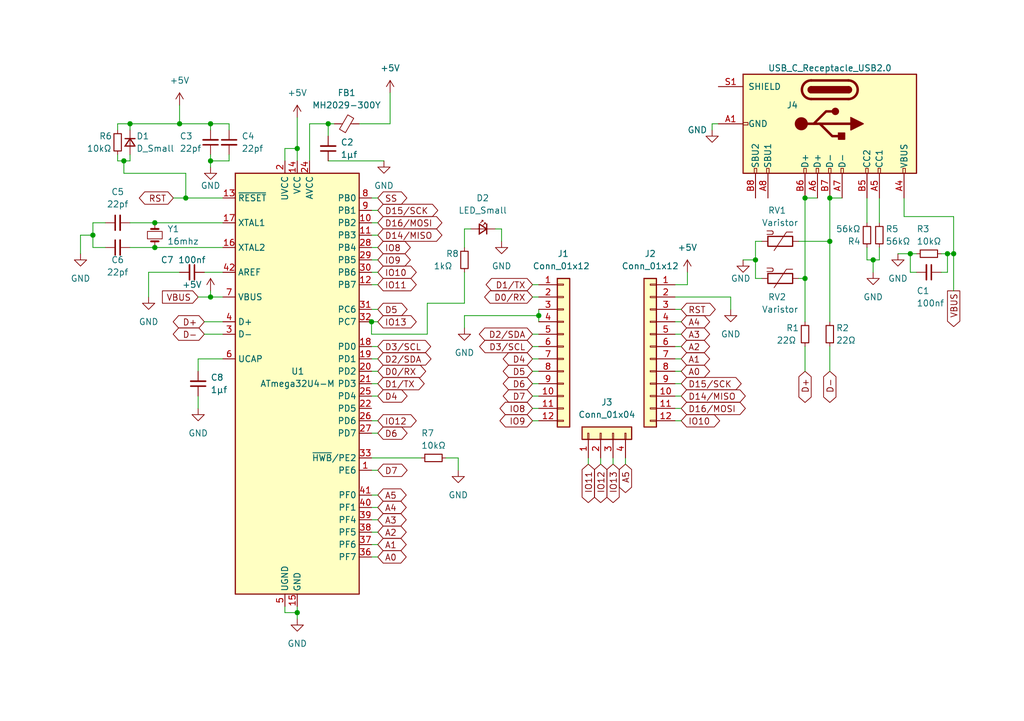
<source format=kicad_sch>
(kicad_sch (version 20211123) (generator eeschema)
  (paper "A5")
  (title_block (title "\"Epi\"") (date "2022-10-26"))
  (lib_symbols
    (symbol "Connector:USB_C_Receptacle_USB2.0" (pin_names (offset 1.016))
      (property "Reference" "J" (at -10.16 19.05 0))
      (property "Value" "USB_C_Receptacle_USB2.0" (at 19.05 19.05 0))
      (symbol "USB_C_Receptacle_USB2.0_0_0"
        (rectangle (start -0.254 -17.78) (end 0.254 -16.764))
        (rectangle (start 10.16 -14.986) (end 9.144 -15.494))
        (rectangle (start 10.16 -12.446) (end 9.144 -12.954))
        (rectangle (start 10.16 -4.826) (end 9.144 -5.334))
        (rectangle (start 10.16 -2.286) (end 9.144 -2.794))
        (rectangle (start 10.16 0.254) (end 9.144 -0.254))
        (rectangle (start 10.16 2.794) (end 9.144 2.286))
        (rectangle (start 10.16 7.874) (end 9.144 7.366))
        (rectangle (start 10.16 10.414) (end 9.144 9.906))
        (rectangle (start 10.16 15.494) (end 9.144 14.986))
      )
      (symbol "USB_C_Receptacle_USB2.0_0_1"
        (rectangle (start -10.16 17.78) (end 10.16 -17.78) (stroke (width 0.254)) (fill (type background)))
        (arc (start -8.89 -3.81) (mid -6.985 -5.715) (end -5.08 -3.81) (stroke (width 0.508)))
        (arc (start -7.62 -3.81) (mid -6.985 -4.445) (end -6.35 -3.81) (stroke (width 0.254)))
        (arc (start -7.62 -3.81) (mid -6.985 -4.445) (end -6.35 -3.81) (stroke (width 0.254)) (fill (type outline)))
        (rectangle (start -7.62 -3.81) (end -6.35 3.81) (stroke (width 0.254)) (fill (type outline)))
        (arc (start -6.35 3.81) (mid -6.985 4.445) (end -7.62 3.81) (stroke (width 0.254)))
        (arc (start -6.35 3.81) (mid -6.985 4.445) (end -7.62 3.81) (stroke (width 0.254)) (fill (type outline)))
        (arc (start -5.08 3.81) (mid -6.985 5.715) (end -8.89 3.81) (stroke (width 0.508)))
        (circle (center -2.54 1.143) (radius 0.635) (stroke (width 0.254)) (fill (type outline)))
        (circle (center 0 -5.842) (radius 1.27) (fill (type outline)))
        (polyline (pts (xy -8.89 -3.81) (xy -8.89 3.81)) (stroke (width 0.508)))
        (polyline (pts (xy -5.08 3.81) (xy -5.08 -3.81)) (stroke (width 0.508)))
        (polyline (pts (xy 0 -5.842) (xy 0 4.318)) (stroke (width 0.508)))
        (polyline (pts (xy 0 -3.302) (xy -2.54 -0.762) (xy -2.54 0.508)) (stroke (width 0.508)))
        (polyline (pts (xy 0 -2.032) (xy 2.54 0.508) (xy 2.54 1.778)) (stroke (width 0.508)))
        (polyline (pts (xy -1.27 4.318) (xy 0 6.858) (xy 1.27 4.318) (xy -1.27 4.318)) (stroke (width 0.254)) (fill (type outline)))
        (rectangle (start 1.905 1.778) (end 3.175 3.048) (stroke (width 0.254)) (fill (type outline)))
      )
      (symbol "USB_C_Receptacle_USB2.0_1_1"
        (pin passive line (at 0 -22.86 90) (length 5.08) (name "GND") (number "A1"))
        (pin passive line (at 0 -22.86 90) (length 5.08) hide (name "GND") (number "A12"))
        (pin passive line (at 15.24 15.24 180) (length 5.08) (name "VBUS") (number "A4"))
        (pin bidirectional line (at 15.24 10.16 180) (length 5.08) (name "CC1") (number "A5"))
        (pin bidirectional line (at 15.24 -2.54 180) (length 5.08) (name "D+") (number "A6"))
        (pin bidirectional line (at 15.24 2.54 180) (length 5.08) (name "D-") (number "A7"))
        (pin bidirectional line (at 15.24 -12.7 180) (length 5.08) (name "SBU1") (number "A8"))
        (pin passive line (at 15.24 15.24 180) (length 5.08) hide (name "VBUS") (number "A9"))
        (pin passive line (at 0 -22.86 90) (length 5.08) hide (name "GND") (number "B1"))
        (pin passive line (at 0 -22.86 90) (length 5.08) hide (name "GND") (number "B12"))
        (pin passive line (at 15.24 15.24 180) (length 5.08) hide (name "VBUS") (number "B4"))
        (pin bidirectional line (at 15.24 7.62 180) (length 5.08) (name "CC2") (number "B5"))
        (pin bidirectional line (at 15.24 -5.08 180) (length 5.08) (name "D+") (number "B6"))
        (pin bidirectional line (at 15.24 0 180) (length 5.08) (name "D-") (number "B7"))
        (pin bidirectional line (at 15.24 -15.24 180) (length 5.08) (name "SBU2") (number "B8"))
        (pin passive line (at 15.24 15.24 180) (length 5.08) hide (name "VBUS") (number "B9"))
        (pin passive line (at -7.62 -22.86 90) (length 5.08) (name "SHIELD") (number "S1"))
      )
    )
    (symbol "Connector_Generic:Conn_01x04" (pin_names (offset 1.016) hide)
      (property "Reference" "J" (at 0 5.08 0))
      (property "Value" "Conn_01x04" (at 0 -7.62 0))
      (symbol "Conn_01x04_1_1"
        (rectangle (start -1.27 -4.953) (end 0 -5.207) (stroke (width 0.1524)))
        (rectangle (start -1.27 -2.413) (end 0 -2.667) (stroke (width 0.1524)))
        (rectangle (start -1.27 0.127) (end 0 -0.127) (stroke (width 0.1524)))
        (rectangle (start -1.27 2.667) (end 0 2.413) (stroke (width 0.1524)))
        (rectangle (start -1.27 3.81) (end 1.27 -6.35) (stroke (width 0.254)) (fill (type background)))
        (pin passive line (at -5.08 2.54 0) (length 3.81) (name "Pin_1") (number "1"))
        (pin passive line (at -5.08 0 0) (length 3.81) (name "Pin_2") (number "2"))
        (pin passive line (at -5.08 -2.54 0) (length 3.81) (name "Pin_3") (number "3"))
        (pin passive line (at -5.08 -5.08 0) (length 3.81) (name "Pin_4") (number "4"))
      )
    )
    (symbol "Connector_Generic:Conn_01x12" (pin_names (offset 1.016) hide)
      (property "Reference" "J" (at 0 15.24 0))
      (property "Value" "Conn_01x12" (at 0 -17.78 0))
      (symbol "Conn_01x12_1_1"
        (rectangle (start -1.27 -15.113) (end 0 -15.367) (stroke (width 0.1524)))
        (rectangle (start -1.27 -12.573) (end 0 -12.827) (stroke (width 0.1524)))
        (rectangle (start -1.27 -10.033) (end 0 -10.287) (stroke (width 0.1524)))
        (rectangle (start -1.27 -7.493) (end 0 -7.747) (stroke (width 0.1524)))
        (rectangle (start -1.27 -4.953) (end 0 -5.207) (stroke (width 0.1524)))
        (rectangle (start -1.27 -2.413) (end 0 -2.667) (stroke (width 0.1524)))
        (rectangle (start -1.27 0.127) (end 0 -0.127) (stroke (width 0.1524)))
        (rectangle (start -1.27 2.667) (end 0 2.413) (stroke (width 0.1524)))
        (rectangle (start -1.27 5.207) (end 0 4.953) (stroke (width 0.1524)))
        (rectangle (start -1.27 7.747) (end 0 7.493) (stroke (width 0.1524)))
        (rectangle (start -1.27 10.287) (end 0 10.033) (stroke (width 0.1524)))
        (rectangle (start -1.27 12.827) (end 0 12.573) (stroke (width 0.1524)))
        (rectangle (start -1.27 13.97) (end 1.27 -16.51) (stroke (width 0.254)) (fill (type background)))
        (pin passive line (at -5.08 12.7 0) (length 3.81) (name "Pin_1") (number "1"))
        (pin passive line (at -5.08 -10.16 0) (length 3.81) (name "Pin_10") (number "10"))
        (pin passive line (at -5.08 -12.7 0) (length 3.81) (name "Pin_11") (number "11"))
        (pin passive line (at -5.08 -15.24 0) (length 3.81) (name "Pin_12") (number "12"))
        (pin passive line (at -5.08 10.16 0) (length 3.81) (name "Pin_2") (number "2"))
        (pin passive line (at -5.08 7.62 0) (length 3.81) (name "Pin_3") (number "3"))
        (pin passive line (at -5.08 5.08 0) (length 3.81) (name "Pin_4") (number "4"))
        (pin passive line (at -5.08 2.54 0) (length 3.81) (name "Pin_5") (number "5"))
        (pin passive line (at -5.08 0 0) (length 3.81) (name "Pin_6") (number "6"))
        (pin passive line (at -5.08 -2.54 0) (length 3.81) (name "Pin_7") (number "7"))
        (pin passive line (at -5.08 -5.08 0) (length 3.81) (name "Pin_8") (number "8"))
        (pin passive line (at -5.08 -7.62 0) (length 3.81) (name "Pin_9") (number "9"))
      )
    )
    (symbol "Device:C_Small" (pin_numbers hide) (pin_names (offset 0.254) hide)
      (property "Reference" "C" (at 0.254 1.778 0))
      (property "Value" "C_Small" (at 0.254 -2.032 0))
      (symbol "C_Small_0_1"
        (polyline (pts (xy -1.524 -0.508) (xy 1.524 -0.508)) (stroke (width 0.3302)))
        (polyline (pts (xy -1.524 0.508) (xy 1.524 0.508)) (stroke (width 0.3048)))
      )
      (symbol "C_Small_1_1"
        (pin passive line (at 0 2.54 270) (length 2.032) (name "~") (number "1"))
        (pin passive line (at 0 -2.54 90) (length 2.032) (name "~") (number "2"))
      )
    )
    (symbol "Device:Crystal_Small" (pin_numbers hide) (pin_names (offset 1.016) hide)
      (property "Reference" "Y" (at 0 2.54 0))
      (property "Value" "Crystal_Small" (at 0 -2.54 0))
      (symbol "Crystal_Small_0_1"
        (rectangle (start -0.762 -1.524) (end 0.762 1.524))
        (polyline (pts (xy -1.27 -0.762) (xy -1.27 0.762)) (stroke (width 0.381)))
        (polyline (pts (xy 1.27 -0.762) (xy 1.27 0.762)) (stroke (width 0.381)))
      )
      (symbol "Crystal_Small_1_1"
        (pin passive line (at -2.54 0 0) (length 1.27) (name "1") (number "1"))
        (pin passive line (at 2.54 0 180) (length 1.27) (name "2") (number "2"))
      )
    )
    (symbol "Device:D_Small" (pin_numbers hide) (pin_names (offset 0.254) hide)
      (property "Reference" "D" (at -1.27 2.032 0))
      (property "Value" "D_Small" (at -3.81 -2.032 0))
      (symbol "D_Small_0_1"
        (polyline (pts (xy -0.762 -1.016) (xy -0.762 1.016)) (stroke (width 0.254)))
        (polyline (pts (xy -0.762 0) (xy 0.762 0)))
        (polyline (pts (xy 0.762 -1.016) (xy -0.762 0) (xy 0.762 1.016) (xy 0.762 -1.016)) (stroke (width 0.254)))
      )
      (symbol "D_Small_1_1"
        (pin passive line (at -2.54 0 0) (length 1.778) (name "K") (number "1"))
        (pin passive line (at 2.54 0 180) (length 1.778) (name "A") (number "2"))
      )
    )
    (symbol "Device:FerriteBead_Small" (pin_numbers hide) (pin_names (offset 0))
      (property "Reference" "FB" (at 1.905 1.27 0))
      (property "Value" "FerriteBead_Small" (at 1.905 -1.27 0))
      (symbol "FerriteBead_Small_0_1"
        (polyline (pts (xy 0 -1.27) (xy 0 -0.7874)))
        (polyline (pts (xy 0 0.889) (xy 0 1.2954)))
        (polyline (pts (xy -1.8288 0.2794) (xy -1.1176 1.4986) (xy 1.8288 -0.2032) (xy 1.1176 -1.4224) (xy -1.8288 0.2794)))
      )
      (symbol "FerriteBead_Small_1_1"
        (pin passive line (at 0 2.54 270) (length 1.27) (name "~") (number "1"))
        (pin passive line (at 0 -2.54 90) (length 1.27) (name "~") (number "2"))
      )
    )
    (symbol "Device:LED_Small" (pin_numbers hide) (pin_names (offset 0.254) hide)
      (property "Reference" "D" (at -1.27 3.175 0))
      (property "Value" "LED_Small" (at -4.445 -2.54 0))
      (symbol "LED_Small_0_1"
        (polyline (pts (xy -0.762 -1.016) (xy -0.762 1.016)) (stroke (width 0.254)))
        (polyline (pts (xy 1.016 0) (xy -0.762 0)))
        (polyline (pts (xy 0.762 -1.016) (xy -0.762 0) (xy 0.762 1.016) (xy 0.762 -1.016)) (stroke (width 0.254)))
        (polyline (pts (xy 0 0.762) (xy -0.508 1.27) (xy -0.254 1.27) (xy -0.508 1.27) (xy -0.508 1.016)))
        (polyline (pts (xy 0.508 1.27) (xy 0 1.778) (xy 0.254 1.778) (xy 0 1.778) (xy 0 1.524)))
      )
      (symbol "LED_Small_1_1"
        (pin passive line (at -2.54 0 0) (length 1.778) (name "K") (number "1"))
        (pin passive line (at 2.54 0 180) (length 1.778) (name "A") (number "2"))
      )
    )
    (symbol "Device:R_Small" (pin_numbers hide) (pin_names (offset 0.254) hide)
      (property "Reference" "R" (at 0.762 0.508 0))
      (property "Value" "R_Small" (at 0.762 -1.016 0))
      (symbol "R_Small_0_1"
        (rectangle (start -0.762 1.778) (end 0.762 -1.778) (stroke (width 0.2032)))
      )
      (symbol "R_Small_1_1"
        (pin passive line (at 0 2.54 270) (length 0.762) (name "~") (number "1"))
        (pin passive line (at 0 -2.54 90) (length 0.762) (name "~") (number "2"))
      )
    )
    (symbol "Device:Varistor" (pin_numbers hide) (pin_names (offset 0))
      (property "Reference" "RV" (at 3.175 0 90))
      (property "Value" "Varistor" (at -3.175 0 90))
      (symbol "Varistor_0_0"
        (text "U" (at -1.778 -2.032 0) (effects (font (size 1.27 1.27))))
      )
      (symbol "Varistor_0_1"
        (rectangle (start -1.016 -2.54) (end 1.016 2.54) (stroke (width 0.254)))
        (polyline (pts (xy -1.905 2.54) (xy -1.905 1.27) (xy 1.905 -1.27)))
      )
      (symbol "Varistor_1_1"
        (pin passive line (at 0 3.81 270) (length 1.27) (name "~") (number "1"))
        (pin passive line (at 0 -3.81 90) (length 1.27) (name "~") (number "2"))
      )
    )
    (symbol "MCU_Microchip_ATmega:ATmega32U4-M"
      (property "Reference" "U" (at -12.7 44.45 0))
      (property "Value" "ATmega32U4-M" (at 2.54 -44.45 0))
      (symbol "ATmega32U4-M_0_1"
        (rectangle (start -12.7 -43.18) (end 12.7 43.18) (stroke (width 0.254)) (fill (type background)))
      )
      (symbol "ATmega32U4-M_1_1"
        (pin bidirectional line (at 15.24 -17.78 180) (length 2.54) (name "PE6") (number "1"))
        (pin bidirectional line (at 15.24 33.02 180) (length 2.54) (name "PB2") (number "10"))
        (pin bidirectional line (at 15.24 30.48 180) (length 2.54) (name "PB3") (number "11"))
        (pin bidirectional line (at 15.24 20.32 180) (length 2.54) (name "PB7") (number "12"))
        (pin input line (at -15.24 38.1 0) (length 2.54) (name "~{RESET}") (number "13"))
        (pin power_in line (at 0 45.72 270) (length 2.54) (name "VCC") (number "14"))
        (pin power_in line (at 0 -45.72 90) (length 2.54) (name "GND") (number "15"))
        (pin output line (at -15.24 27.94 0) (length 2.54) (name "XTAL2") (number "16"))
        (pin input line (at -15.24 33.02 0) (length 2.54) (name "XTAL1") (number "17"))
        (pin bidirectional line (at 15.24 7.62 180) (length 2.54) (name "PD0") (number "18"))
        (pin bidirectional line (at 15.24 5.08 180) (length 2.54) (name "PD1") (number "19"))
        (pin power_in line (at -2.54 45.72 270) (length 2.54) (name "UVCC") (number "2"))
        (pin bidirectional line (at 15.24 2.54 180) (length 2.54) (name "PD2") (number "20"))
        (pin bidirectional line (at 15.24 0 180) (length 2.54) (name "PD3") (number "21"))
        (pin bidirectional line (at 15.24 -5.08 180) (length 2.54) (name "PD5") (number "22"))
        (pin passive line (at 0 -45.72 90) (length 2.54) hide (name "GND") (number "23"))
        (pin power_in line (at 2.54 45.72 270) (length 2.54) (name "AVCC") (number "24"))
        (pin bidirectional line (at 15.24 -2.54 180) (length 2.54) (name "PD4") (number "25"))
        (pin bidirectional line (at 15.24 -7.62 180) (length 2.54) (name "PD6") (number "26"))
        (pin bidirectional line (at 15.24 -10.16 180) (length 2.54) (name "PD7") (number "27"))
        (pin bidirectional line (at 15.24 27.94 180) (length 2.54) (name "PB4") (number "28"))
        (pin bidirectional line (at 15.24 25.4 180) (length 2.54) (name "PB5") (number "29"))
        (pin bidirectional line (at -15.24 10.16 0) (length 2.54) (name "D-") (number "3"))
        (pin bidirectional line (at 15.24 22.86 180) (length 2.54) (name "PB6") (number "30"))
        (pin bidirectional line (at 15.24 15.24 180) (length 2.54) (name "PC6") (number "31"))
        (pin bidirectional line (at 15.24 12.7 180) (length 2.54) (name "PC7") (number "32"))
        (pin bidirectional line (at 15.24 -15.24 180) (length 2.54) (name "~{HWB}/PE2") (number "33"))
        (pin passive line (at 0 45.72 270) (length 2.54) hide (name "VCC") (number "34"))
        (pin passive line (at 0 -45.72 90) (length 2.54) hide (name "GND") (number "35"))
        (pin bidirectional line (at 15.24 -35.56 180) (length 2.54) (name "PF7") (number "36"))
        (pin bidirectional line (at 15.24 -33.02 180) (length 2.54) (name "PF6") (number "37"))
        (pin bidirectional line (at 15.24 -30.48 180) (length 2.54) (name "PF5") (number "38"))
        (pin bidirectional line (at 15.24 -27.94 180) (length 2.54) (name "PF4") (number "39"))
        (pin bidirectional line (at -15.24 12.7 0) (length 2.54) (name "D+") (number "4"))
        (pin bidirectional line (at 15.24 -25.4 180) (length 2.54) (name "PF1") (number "40"))
        (pin bidirectional line (at 15.24 -22.86 180) (length 2.54) (name "PF0") (number "41"))
        (pin passive line (at -15.24 22.86 0) (length 2.54) (name "AREF") (number "42"))
        (pin passive line (at 0 -45.72 90) (length 2.54) hide (name "GND") (number "43"))
        (pin passive line (at 2.54 45.72 270) (length 2.54) hide (name "AVCC") (number "44"))
        (pin passive line (at 0 -45.72 90) (length 2.54) hide (name "GND") (number "45"))
        (pin passive line (at -2.54 -45.72 90) (length 2.54) (name "UGND") (number "5"))
        (pin passive line (at -15.24 5.08 0) (length 2.54) (name "UCAP") (number "6"))
        (pin input line (at -15.24 17.78 0) (length 2.54) (name "VBUS") (number "7"))
        (pin bidirectional line (at 15.24 38.1 180) (length 2.54) (name "PB0") (number "8"))
        (pin bidirectional line (at 15.24 35.56 180) (length 2.54) (name "PB1") (number "9"))
      )
    )
    (symbol "power:+5V" (power) (pin_names (offset 0))
      (property "Value" "+5V" (at 0 3.556 0))
      (symbol "+5V_0_1"
        (polyline (pts (xy -0.762 1.27) (xy 0 2.54)))
        (polyline (pts (xy 0 0) (xy 0 2.54)))
        (polyline (pts (xy 0 2.54) (xy 0.762 1.27)))
      )
      (symbol "+5V_1_1"
        (pin power_in line (at 0 0 90) (length 0) hide (name "+5V") (number "1"))
      )
    )
    (symbol "power:GND" (power) (pin_names (offset 0))
      (property "Value" "GND" (at 0 -3.81 0))
      (symbol "GND_0_1"
        (polyline (pts (xy 0 0) (xy 0 -1.27) (xy 1.27 -1.27) (xy 0 -2.54) (xy -1.27 -1.27) (xy 0 -1.27)))
      )
      (symbol "GND_1_1"
        (pin power_in line (at 0 0 270) (length 0) hide (name "GND") (number "1"))
      )
    )
  )
  (junction (at 31.75 45.72))
  (junction (at 170.18 49.53))
  (junction (at 25.4 33.02))
  (junction (at 26.67 25.4))
  (junction (at 165.1 40.64))
  (junction (at 43.18 60.96))
  (junction (at 170.18 40.64))
  (junction (at 60.96 30.48))
  (junction (at 110.49 64.77))
  (junction (at 43.18 25.4))
  (junction (at 165.1 57.15))
  (junction (at 76.2 66.04))
  (junction (at 195.58 52.07))
  (junction (at 194.31 52.07))
  (junction (at 154.94 53.34))
  (junction (at 36.83 25.4))
  (junction (at 179.07 53.34))
  (junction (at 38.1 40.64))
  (junction (at 31.75 50.8))
  (junction (at 186.69 52.07))
  (junction (at 60.96 125.73))
  (junction (at 43.18 33.02))
  (junction (at 67.31 25.4))
  (junction (at 19.05 48.26))
  (wire (pts (xy 177.8 50.8) (xy 177.8 53.34)))
  (wire (pts (xy 41.91 66.04) (xy 45.72 66.04)))
  (wire (pts (xy 46.99 26.67) (xy 46.99 25.4)))
  (wire (pts (xy 30.48 55.88) (xy 36.83 55.88)))
  (wire (pts (xy 93.98 93.98) (xy 91.44 93.98)))
  (wire (pts (xy 154.94 53.34) (xy 154.94 49.53)))
  (wire (pts (xy 19.05 48.26) (xy 19.05 50.8)))
  (wire (pts (xy 109.22 60.96) (xy 110.49 60.96)))
  (wire (pts (xy 67.31 33.02) (xy 78.74 33.02)))
  (wire (pts (xy 128.27 93.98) (xy 128.27 95.25)))
  (wire (pts (xy 76.2 53.34) (xy 77.47 53.34)))
  (wire (pts (xy 76.2 43.18) (xy 77.47 43.18)))
  (wire (pts (xy 76.2 73.66) (xy 77.47 73.66)))
  (wire (pts (xy 87.63 68.58) (xy 76.2 68.58)))
  (wire (pts (xy 195.58 59.69) (xy 195.58 52.07)))
  (wire (pts (xy 140.97 58.42) (xy 140.97 55.88)))
  (wire (pts (xy 194.31 55.88) (xy 194.31 52.07)))
  (wire (pts (xy 93.98 96.52) (xy 93.98 93.98)))
  (wire (pts (xy 63.5 25.4) (xy 63.5 33.02)))
  (wire (pts (xy 40.64 81.28) (xy 40.64 83.82)))
  (wire (pts (xy 109.22 86.36) (xy 110.49 86.36)))
  (wire (pts (xy 76.2 78.74) (xy 77.47 78.74)))
  (wire (pts (xy 31.75 50.8) (xy 45.72 50.8)))
  (wire (pts (xy 95.25 46.99) (xy 96.52 46.99)))
  (wire (pts (xy 63.5 25.4) (xy 67.31 25.4)))
  (wire (pts (xy 26.67 50.8) (xy 31.75 50.8)))
  (wire (pts (xy 76.2 58.42) (xy 77.47 58.42)))
  (wire (pts (xy 60.96 125.73) (xy 60.96 127)))
  (wire (pts (xy 43.18 33.02) (xy 43.18 31.75)))
  (wire (pts (xy 109.22 78.74) (xy 110.49 78.74)))
  (wire (pts (xy 76.2 93.98) (xy 86.36 93.98)))
  (wire (pts (xy 40.64 73.66) (xy 45.72 73.66)))
  (wire (pts (xy 58.42 33.02) (xy 58.42 30.48)))
  (wire (pts (xy 138.43 83.82) (xy 139.7 83.82)))
  (wire (pts (xy 110.49 63.5) (xy 110.49 64.77)))
  (wire (pts (xy 24.13 25.4) (xy 26.67 25.4)))
  (wire (pts (xy 95.25 50.8) (xy 95.25 46.99)))
  (wire (pts (xy 76.2 109.22) (xy 77.47 109.22)))
  (wire (pts (xy 177.8 53.34) (xy 179.07 53.34)))
  (wire (pts (xy 76.2 63.5) (xy 77.47 63.5)))
  (wire (pts (xy 170.18 40.64) (xy 170.18 49.53)))
  (wire (pts (xy 41.91 55.88) (xy 45.72 55.88)))
  (wire (pts (xy 123.19 93.98) (xy 123.19 95.25)))
  (wire (pts (xy 19.05 50.8) (xy 21.59 50.8)))
  (wire (pts (xy 138.43 60.96) (xy 149.86 60.96)))
  (wire (pts (xy 80.01 25.4) (xy 73.66 25.4)))
  (wire (pts (xy 76.2 104.14) (xy 77.47 104.14)))
  (wire (pts (xy 76.2 88.9) (xy 77.47 88.9)))
  (wire (pts (xy 43.18 33.02) (xy 43.18 34.29)))
  (wire (pts (xy 109.22 76.2) (xy 110.49 76.2)))
  (wire (pts (xy 46.99 31.75) (xy 46.99 33.02)))
  (wire (pts (xy 87.63 62.23) (xy 87.63 68.58)))
  (wire (pts (xy 165.1 57.15) (xy 165.1 40.64)))
  (wire (pts (xy 58.42 30.48) (xy 60.96 30.48)))
  (wire (pts (xy 43.18 60.96) (xy 45.72 60.96)))
  (wire (pts (xy 19.05 45.72) (xy 19.05 48.26)))
  (wire (pts (xy 138.43 63.5) (xy 139.7 63.5)))
  (wire (pts (xy 138.43 73.66) (xy 139.7 73.66)))
  (wire (pts (xy 76.2 106.68) (xy 77.47 106.68)))
  (wire (pts (xy 76.2 111.76) (xy 77.47 111.76)))
  (wire (pts (xy 31.75 45.72) (xy 45.72 45.72)))
  (wire (pts (xy 177.8 40.64) (xy 177.8 45.72)))
  (wire (pts (xy 149.86 60.96) (xy 149.86 63.5)))
  (wire (pts (xy 154.94 49.53) (xy 156.21 49.53)))
  (wire (pts (xy 38.1 40.64) (xy 38.1 35.56)))
  (wire (pts (xy 95.25 64.77) (xy 110.49 64.77)))
  (wire (pts (xy 26.67 33.02) (xy 25.4 33.02)))
  (wire (pts (xy 138.43 71.12) (xy 139.7 71.12)))
  (wire (pts (xy 26.67 25.4) (xy 36.83 25.4)))
  (wire (pts (xy 26.67 25.4) (xy 26.67 26.67)))
  (wire (pts (xy 16.51 52.07) (xy 16.51 48.26)))
  (wire (pts (xy 195.58 52.07) (xy 194.31 52.07)))
  (wire (pts (xy 146.05 25.4) (xy 146.05 26.67)))
  (wire (pts (xy 179.07 53.34) (xy 179.07 55.88)))
  (wire (pts (xy 76.2 68.58) (xy 76.2 66.04)))
  (wire (pts (xy 110.49 64.77) (xy 110.49 66.04)))
  (wire (pts (xy 170.18 40.64) (xy 172.72 40.64)))
  (wire (pts (xy 165.1 71.12) (xy 165.1 76.2)))
  (wire (pts (xy 109.22 83.82) (xy 110.49 83.82)))
  (wire (pts (xy 46.99 33.02) (xy 43.18 33.02)))
  (wire (pts (xy 154.94 57.15) (xy 154.94 53.34)))
  (wire (pts (xy 163.83 57.15) (xy 165.1 57.15)))
  (wire (pts (xy 76.2 86.36) (xy 77.47 86.36)))
  (wire (pts (xy 120.65 93.98) (xy 120.65 95.25)))
  (wire (pts (xy 193.04 55.88) (xy 194.31 55.88)))
  (wire (pts (xy 95.25 67.31) (xy 95.25 64.77)))
  (wire (pts (xy 186.69 55.88) (xy 187.96 55.88)))
  (wire (pts (xy 186.69 52.07) (xy 186.69 55.88)))
  (wire (pts (xy 125.73 93.98) (xy 125.73 95.25)))
  (wire (pts (xy 194.31 52.07) (xy 193.04 52.07)))
  (wire (pts (xy 30.48 60.96) (xy 30.48 55.88)))
  (wire (pts (xy 109.22 81.28) (xy 110.49 81.28)))
  (wire (pts (xy 67.31 25.4) (xy 68.58 25.4)))
  (wire (pts (xy 25.4 35.56) (xy 25.4 33.02)))
  (wire (pts (xy 87.63 62.23) (xy 95.25 62.23)))
  (wire (pts (xy 165.1 40.64) (xy 167.64 40.64)))
  (wire (pts (xy 180.34 50.8) (xy 180.34 53.34)))
  (wire (pts (xy 138.43 78.74) (xy 139.7 78.74)))
  (wire (pts (xy 76.2 66.04) (xy 77.47 66.04)))
  (wire (pts (xy 35.56 40.64) (xy 38.1 40.64)))
  (wire (pts (xy 185.42 40.64) (xy 185.42 44.45)))
  (wire (pts (xy 76.2 55.88) (xy 77.47 55.88)))
  (wire (pts (xy 95.25 55.88) (xy 95.25 62.23)))
  (wire (pts (xy 76.2 76.2) (xy 77.47 76.2)))
  (wire (pts (xy 109.22 68.58) (xy 110.49 68.58)))
  (wire (pts (xy 170.18 71.12) (xy 170.18 76.2)))
  (wire (pts (xy 24.13 26.67) (xy 24.13 25.4)))
  (wire (pts (xy 109.22 73.66) (xy 110.49 73.66)))
  (wire (pts (xy 60.96 125.73) (xy 58.42 125.73)))
  (wire (pts (xy 156.21 57.15) (xy 154.94 57.15)))
  (wire (pts (xy 38.1 40.64) (xy 45.72 40.64)))
  (wire (pts (xy 109.22 71.12) (xy 110.49 71.12)))
  (wire (pts (xy 41.91 68.58) (xy 45.72 68.58)))
  (wire (pts (xy 60.96 24.13) (xy 60.96 30.48)))
  (wire (pts (xy 195.58 44.45) (xy 185.42 44.45)))
  (wire (pts (xy 16.51 48.26) (xy 19.05 48.26)))
  (wire (pts (xy 76.2 101.6) (xy 77.47 101.6)))
  (wire (pts (xy 43.18 59.69) (xy 43.18 60.96)))
  (wire (pts (xy 76.2 71.12) (xy 77.47 71.12)))
  (wire (pts (xy 76.2 50.8) (xy 77.47 50.8)))
  (wire (pts (xy 179.07 53.34) (xy 180.34 53.34)))
  (wire (pts (xy 165.1 57.15) (xy 165.1 66.04)))
  (wire (pts (xy 101.6 46.99) (xy 102.87 46.99)))
  (wire (pts (xy 102.87 46.99) (xy 102.87 49.53)))
  (wire (pts (xy 154.94 53.34) (xy 152.4 53.34)))
  (wire (pts (xy 26.67 45.72) (xy 31.75 45.72)))
  (wire (pts (xy 58.42 125.73) (xy 58.42 124.46)))
  (wire (pts (xy 24.13 33.02) (xy 24.13 31.75)))
  (wire (pts (xy 25.4 33.02) (xy 24.13 33.02)))
  (wire (pts (xy 138.43 86.36) (xy 139.7 86.36)))
  (wire (pts (xy 46.99 25.4) (xy 43.18 25.4)))
  (wire (pts (xy 36.83 25.4) (xy 43.18 25.4)))
  (wire (pts (xy 180.34 40.64) (xy 180.34 45.72)))
  (wire (pts (xy 67.31 25.4) (xy 67.31 27.94)))
  (wire (pts (xy 186.69 52.07) (xy 184.15 52.07)))
  (wire (pts (xy 40.64 60.96) (xy 43.18 60.96)))
  (wire (pts (xy 38.1 35.56) (xy 25.4 35.56)))
  (wire (pts (xy 76.2 114.3) (xy 77.47 114.3)))
  (wire (pts (xy 138.43 81.28) (xy 139.7 81.28)))
  (wire (pts (xy 40.64 76.2) (xy 40.64 73.66)))
  (wire (pts (xy 76.2 45.72) (xy 77.47 45.72)))
  (wire (pts (xy 76.2 81.28) (xy 77.47 81.28)))
  (wire (pts (xy 80.01 19.05) (xy 80.01 25.4)))
  (wire (pts (xy 21.59 45.72) (xy 19.05 45.72)))
  (wire (pts (xy 36.83 25.4) (xy 36.83 21.59)))
  (wire (pts (xy 138.43 68.58) (xy 139.7 68.58)))
  (wire (pts (xy 170.18 49.53) (xy 170.18 66.04)))
  (wire (pts (xy 195.58 44.45) (xy 195.58 52.07)))
  (wire (pts (xy 170.18 49.53) (xy 163.83 49.53)))
  (wire (pts (xy 76.2 40.64) (xy 77.47 40.64)))
  (wire (pts (xy 187.96 52.07) (xy 186.69 52.07)))
  (wire (pts (xy 43.18 25.4) (xy 43.18 26.67)))
  (wire (pts (xy 138.43 66.04) (xy 139.7 66.04)))
  (wire (pts (xy 138.43 76.2) (xy 139.7 76.2)))
  (wire (pts (xy 26.67 31.75) (xy 26.67 33.02)))
  (wire (pts (xy 138.43 58.42) (xy 140.97 58.42)))
  (wire (pts (xy 147.32 25.4) (xy 146.05 25.4)))
  (wire (pts (xy 76.2 48.26) (xy 77.47 48.26)))
  (wire (pts (xy 76.2 96.52) (xy 77.47 96.52)))
  (wire (pts (xy 60.96 30.48) (xy 60.96 33.02)))
  (wire (pts (xy 60.96 124.46) (xy 60.96 125.73)))
  (wire (pts (xy 109.22 58.42) (xy 110.49 58.42)))
  (global_label "D16{slash}MOSI" (shape bidirectional) (at 139.7 83.82 0) (property "Intersheet References" "${INTERSHEET_REFS}" (effects hide)))
  (global_label "A0" (shape bidirectional) (at 139.7 76.2 0) (property "Intersheet References" "${INTERSHEET_REFS}" (effects hide)))
  (global_label "RST" (shape bidirectional) (at 35.56 40.64 180) (property "Intersheet References" "${INTERSHEET_REFS}" (effects hide)))
  (global_label "D5" (shape bidirectional) (at 109.22 76.2 180) (property "Intersheet References" "${INTERSHEET_REFS}" (effects hide)))
  (global_label "IO10" (shape bidirectional) (at 139.7 86.36 0) (property "Intersheet References" "${INTERSHEET_REFS}" (effects hide)))
  (global_label "D5" (shape bidirectional) (at 77.47 63.5 0) (property "Intersheet References" "${INTERSHEET_REFS}" (effects hide)))
  (global_label "D14{slash}MISO" (shape bidirectional) (at 77.47 48.26 0) (property "Intersheet References" "${INTERSHEET_REFS}" (effects hide)))
  (global_label "D4" (shape bidirectional) (at 77.47 81.28 0) (property "Intersheet References" "${INTERSHEET_REFS}" (effects hide)))
  (global_label "A5" (shape bidirectional) (at 128.27 95.25 270) (property "Intersheet References" "${INTERSHEET_REFS}" (effects hide)))
  (global_label "D15{slash}SCK" (shape bidirectional) (at 139.7 78.74 0) (property "Intersheet References" "${INTERSHEET_REFS}" (effects hide)))
  (global_label "D1{slash}TX" (shape bidirectional) (at 77.47 78.74 0) (property "Intersheet References" "${INTERSHEET_REFS}" (effects hide)))
  (global_label "IO8" (shape bidirectional) (at 77.47 50.8 0) (property "Intersheet References" "${INTERSHEET_REFS}" (effects hide)))
  (global_label "D6" (shape bidirectional) (at 77.47 88.9 0) (property "Intersheet References" "${INTERSHEET_REFS}" (effects hide)))
  (global_label "D14{slash}MISO" (shape bidirectional) (at 139.7 81.28 0) (property "Intersheet References" "${INTERSHEET_REFS}" (effects hide)))
  (global_label "D16{slash}MOSI" (shape bidirectional) (at 77.47 45.72 0) (property "Intersheet References" "${INTERSHEET_REFS}" (effects hide)))
  (global_label "D6" (shape bidirectional) (at 109.22 78.74 180) (property "Intersheet References" "${INTERSHEET_REFS}" (effects hide)))
  (global_label "D-" (shape bidirectional) (at 41.91 68.58 180) (property "Intersheet References" "${INTERSHEET_REFS}" (effects hide)))
  (global_label "IO12" (shape bidirectional) (at 123.19 95.25 270) (property "Intersheet References" "${INTERSHEET_REFS}" (effects hide)))
  (global_label "D7" (shape bidirectional) (at 109.22 81.28 180) (property "Intersheet References" "${INTERSHEET_REFS}" (effects hide)))
  (global_label "D1{slash}TX" (shape bidirectional) (at 109.22 58.42 180) (property "Intersheet References" "${INTERSHEET_REFS}" (effects hide)))
  (global_label "D7" (shape bidirectional) (at 77.47 96.52 0) (property "Intersheet References" "${INTERSHEET_REFS}" (effects hide)))
  (global_label "D2{slash}SDA" (shape bidirectional) (at 77.47 73.66 0) (property "Intersheet References" "${INTERSHEET_REFS}" (effects hide)))
  (global_label "A4" (shape bidirectional) (at 139.7 66.04 0) (property "Intersheet References" "${INTERSHEET_REFS}" (effects hide)))
  (global_label "A3" (shape bidirectional) (at 139.7 68.58 0) (property "Intersheet References" "${INTERSHEET_REFS}" (effects hide)))
  (global_label "D0{slash}RX" (shape bidirectional) (at 109.22 60.96 180) (property "Intersheet References" "${INTERSHEET_REFS}" (effects hide)))
  (global_label "A2" (shape bidirectional) (at 77.47 109.22 0) (property "Intersheet References" "${INTERSHEET_REFS}" (effects hide)))
  (global_label "IO9" (shape bidirectional) (at 77.47 53.34 0) (property "Intersheet References" "${INTERSHEET_REFS}" (effects hide)))
  (global_label "IO13" (shape bidirectional) (at 77.47 66.04 0) (property "Intersheet References" "${INTERSHEET_REFS}" (effects hide)))
  (global_label "IO12" (shape bidirectional) (at 77.47 86.36 0) (property "Intersheet References" "${INTERSHEET_REFS}" (effects hide)))
  (global_label "IO9" (shape bidirectional) (at 109.22 86.36 180) (property "Intersheet References" "${INTERSHEET_REFS}" (effects hide)))
  (global_label "D2{slash}SDA" (shape bidirectional) (at 109.22 68.58 180) (property "Intersheet References" "${INTERSHEET_REFS}" (effects hide)))
  (global_label "SS" (shape bidirectional) (at 77.47 40.64 0) (property "Intersheet References" "${INTERSHEET_REFS}" (effects hide)))
  (global_label "D4" (shape bidirectional) (at 109.22 73.66 180) (property "Intersheet References" "${INTERSHEET_REFS}" (effects hide)))
  (global_label "IO11" (shape bidirectional) (at 77.47 58.42 0) (property "Intersheet References" "${INTERSHEET_REFS}" (effects hide)))
  (global_label "D3{slash}SCL" (shape bidirectional) (at 77.47 71.12 0) (property "Intersheet References" "${INTERSHEET_REFS}" (effects hide)))
  (global_label "A1" (shape bidirectional) (at 139.7 73.66 0) (property "Intersheet References" "${INTERSHEET_REFS}" (effects hide)))
  (global_label "A4" (shape bidirectional) (at 77.47 104.14 0) (property "Intersheet References" "${INTERSHEET_REFS}" (effects hide)))
  (global_label "D0{slash}RX" (shape bidirectional) (at 77.47 76.2 0) (property "Intersheet References" "${INTERSHEET_REFS}" (effects hide)))
  (global_label "IO8" (shape bidirectional) (at 109.22 83.82 180) (property "Intersheet References" "${INTERSHEET_REFS}" (effects hide)))
  (global_label "D-" (shape bidirectional) (at 170.18 76.2 270) (property "Intersheet References" "${INTERSHEET_REFS}" (effects hide)))
  (global_label "VBUS" (shape output) (at 195.58 59.69 270) (property "Intersheet References" "${INTERSHEET_REFS}" (effects hide)))
  (global_label "RST" (shape bidirectional) (at 139.7 63.5 0) (property "Intersheet References" "${INTERSHEET_REFS}" (effects hide)))
  (global_label "A2" (shape bidirectional) (at 139.7 71.12 0) (property "Intersheet References" "${INTERSHEET_REFS}" (effects hide)))
  (global_label "A5" (shape bidirectional) (at 77.47 101.6 0) (property "Intersheet References" "${INTERSHEET_REFS}" (effects hide)))
  (global_label "D3{slash}SCL" (shape bidirectional) (at 109.22 71.12 180) (property "Intersheet References" "${INTERSHEET_REFS}" (effects hide)))
  (global_label "D+" (shape bidirectional) (at 165.1 76.2 270) (property "Intersheet References" "${INTERSHEET_REFS}" (effects hide)))
  (global_label "IO13" (shape bidirectional) (at 125.73 95.25 270) (property "Intersheet References" "${INTERSHEET_REFS}" (effects hide)))
  (global_label "A3" (shape bidirectional) (at 77.47 106.68 0) (property "Intersheet References" "${INTERSHEET_REFS}" (effects hide)))
  (global_label "IO10" (shape bidirectional) (at 77.47 55.88 0) (property "Intersheet References" "${INTERSHEET_REFS}" (effects hide)))
  (global_label "A1" (shape bidirectional) (at 77.47 111.76 0) (property "Intersheet References" "${INTERSHEET_REFS}" (effects hide)))
  (global_label "D15{slash}SCK" (shape bidirectional) (at 77.47 43.18 0) (property "Intersheet References" "${INTERSHEET_REFS}" (effects hide)))
  (global_label "A0" (shape bidirectional) (at 77.47 114.3 0) (property "Intersheet References" "${INTERSHEET_REFS}" (effects hide)))
  (global_label "VBUS" (shape input) (at 40.64 60.96 180) (property "Intersheet References" "${INTERSHEET_REFS}" (effects hide)))
  (global_label "D+" (shape bidirectional) (at 41.91 66.04 180) (property "Intersheet References" "${INTERSHEET_REFS}" (effects hide)))
  (global_label "IO11" (shape bidirectional) (at 120.65 95.25 270) (property "Intersheet References" "${INTERSHEET_REFS}" (effects hide)))
  (symbol (lib_id "Device:R_Small") (at 170.18 68.58 0) (unit 1)
    (property "Reference" "R2" (at 171.45 67.31 0) (effects (justify left)))
    (property "Value" "22Ω" (at 171.45 69.85 0) (effects (justify left)))
    (property "Footprint" "Resistor_SMD:R_0402_1005Metric" (effects hide))
  )
  (symbol (lib_id "Device:C_Small") (at 46.99 29.21 0) (unit 1)
    (property "Reference" "C4" (at 49.53 27.9462 0) (effects (justify left)))
    (property "Value" "22pf" (at 49.53 30.4862 0) (effects (justify left)))
    (property "Footprint" "Capacitor_SMD:C_0402_1005Metric" (effects hide))
  )
  (symbol (lib_id "power:GND") (at 102.87 49.53 0) (unit 1)
    (property "Reference" "#PWR0119" (effects hide))
    (property "Value" "GND" (at 102.87 54.61 0))
  )
  (symbol (lib_id "Device:R_Small") (at 95.25 53.34 0) (unit 1)
    (property "Reference" "R8" (at 91.44 52.07 0) (effects (justify left)))
    (property "Value" "1kΩ" (at 88.9 54.61 0) (effects (justify left)))
    (property "Footprint" "Resistor_SMD:R_0402_1005Metric" (effects hide))
  )
  (symbol (lib_id "power:+5V") (at 36.83 21.59 0) (unit 1)
    (property "Reference" "#PWR0114" (effects hide))
    (property "Value" "+5V" (at 36.83 16.51 0))
  )
  (symbol (lib_id "power:GND") (at 184.15 52.07 0) (unit 1)
    (property "Reference" "#PWR0117" (effects hide))
    (property "Value" "GND" (at 184.15 57.15 0))
  )
  (symbol (lib_id "Device:R_Small") (at 177.8 48.26 180) (unit 1)
    (property "Reference" "R4" (at 176.53 49.53 0) (effects (justify left)))
    (property "Value" "56kΩ" (at 176.53 46.99 0) (effects (justify left)))
    (property "Footprint" "Resistor_SMD:R_0402_1005Metric" (effects hide))
  )
  (symbol (lib_id "Device:R_Small") (at 190.5 52.07 90) (unit 1)
    (property "Reference" "R3" (at 187.96 46.99 90) (effects (justify right)))
    (property "Value" "10kΩ" (at 187.96 49.53 90) (effects (justify right)))
    (property "Footprint" "Resistor_SMD:R_0402_1005Metric" (effects hide))
  )
  (symbol (lib_id "power:GND") (at 93.98 96.52 0) (unit 1)
    (property "Reference" "#PWR0118" (effects hide))
    (property "Value" "GND" (at 93.98 101.6 0))
  )
  (symbol (lib_id "Device:C_Small") (at 67.31 30.48 180) (unit 1)
    (property "Reference" "C2" (at 69.85 29.2035 0) (effects (justify right)))
    (property "Value" "1µf" (at 69.85 31.7435 0) (effects (justify right)))
    (property "Footprint" "Capacitor_SMD:C_0402_1005Metric" (effects hide))
  )
  (symbol (lib_id "Device:FerriteBead_Small") (at 71.12 25.4 90) (unit 1)
    (property "Reference" "FB1" (at 71.0819 19.05 90))
    (property "Value" "MH2029-300Y" (at 71.0819 21.59 90))
    (property "Footprint" "Resistor_SMD:R_0402_1005Metric" (effects hide))
  )
  (symbol (lib_id "Connector_Generic:Conn_01x04") (at 123.19 88.9 90) (unit 1)
    (property "Reference" "J3" (at 124.46 82.55 90))
    (property "Value" "Conn_01x04" (at 124.46 85.09 90))
    (property "Footprint" "Connector_PinHeader_1.27mm:PinHeader_1x04_P1.27mm_Vertical" (effects hide))
  )
  (symbol (lib_id "Device:C_Small") (at 43.18 29.21 180) (unit 1)
    (property "Reference" "C3" (at 36.83 27.94 0) (effects (justify right)))
    (property "Value" "22pf" (at 36.83 30.48 0) (effects (justify right)))
    (property "Footprint" "Capacitor_SMD:C_0402_1005Metric" (effects hide))
  )
  (symbol (lib_id "Connector_Generic:Conn_01x12") (at 133.35 71.12 0) (mirror y) (unit 1)
    (property "Reference" "J2" (at 133.35 52.07 0))
    (property "Value" "Conn_01x12" (at 133.35 54.61 0))
    (property "Footprint" "Connector_PinHeader_1.27mm:PinHeader_1x12_P1.27mm_Vertical" (effects hide))
  )
  (symbol (lib_id "power:+5V") (at 140.97 55.88 0) (unit 1)
    (property "Reference" "#PWR0107" (effects hide))
    (property "Value" "+5V" (at 140.97 50.8 0))
  )
  (symbol (lib_id "power:GND") (at 78.74 33.02 0) (unit 1)
    (property "Reference" "#PWR0102" (effects hide))
    (property "Value" "GND" (at 78.74 38.1 0))
  )
  (symbol (lib_id "Device:R_Small") (at 24.13 29.21 0) (unit 1)
    (property "Reference" "R6" (at 20.32 27.94 0) (effects (justify left)))
    (property "Value" "10kΩ" (at 17.78 30.48 0) (effects (justify left)))
    (property "Footprint" "Resistor_SMD:R_0402_1005Metric" (effects hide))
  )
  (symbol (lib_id "power:GND") (at 60.96 127 0) (unit 1)
    (property "Reference" "#PWR0112" (effects hide))
    (property "Value" "GND" (at 60.96 132.08 0))
  )
  (symbol (lib_id "Device:Crystal_Small") (at 31.75 48.26 90) (unit 1)
    (property "Reference" "Y1" (at 34.29 46.9899 90) (effects (justify right)))
    (property "Value" "16mhz" (at 34.29 49.5299 90) (effects (justify right)))
    (property "Footprint" "Crystal:Crystal_SMD_2016-4Pin_2.0x1.6mm" (effects hide))
  )
  (symbol (lib_id "power:GND") (at 149.86 63.5 0) (unit 1)
    (property "Reference" "#PWR0106" (effects hide))
    (property "Value" "GND" (at 149.86 68.58 0))
  )
  (symbol (lib_id "power:+5V") (at 60.96 24.13 0) (unit 1)
    (property "Reference" "#PWR0113" (effects hide))
    (property "Value" "+5V" (at 60.96 19.05 0))
  )
  (symbol (lib_id "power:+5V") (at 80.01 19.05 0) (unit 1)
    (property "Reference" "#PWR0101" (effects hide))
    (property "Value" "+5V" (at 80.01 13.97 0))
  )
  (symbol (lib_id "Device:R_Small") (at 180.34 48.26 0) (unit 1)
    (property "Reference" "R5" (at 181.61 46.99 0) (effects (justify left)))
    (property "Value" "56kΩ" (at 181.61 49.53 0) (effects (justify left)))
    (property "Footprint" "Resistor_SMD:R_0402_1005Metric" (effects hide))
  )
  (symbol (lib_id "Device:Varistor") (at 160.02 57.15 270) (unit 1)
    (property "Reference" "RV2" (at 157.48 60.96 90) (effects (justify left)))
    (property "Value" "Varistor" (at 156.21 63.5 90) (effects (justify left)))
    (property "Footprint" "Resistor_SMD:R_0402_1005Metric" (effects hide))
  )
  (symbol (lib_id "Device:C_Small") (at 24.13 50.8 90) (unit 1)
    (property "Reference" "C6" (at 24.13 53.34 90))
    (property "Value" "22pf" (at 24.13 55.88 90))
    (property "Footprint" "Capacitor_SMD:C_0402_1005Metric" (effects hide))
  )
  (symbol (lib_id "Device:C_Small") (at 24.13 45.72 90) (unit 1)
    (property "Reference" "C5" (at 24.1363 39.37 90))
    (property "Value" "22pf" (at 24.1363 41.91 90))
    (property "Footprint" "Capacitor_SMD:C_0402_1005Metric" (effects hide))
  )
  (symbol (lib_id "power:GND") (at 152.4 53.34 0) (unit 1)
    (property "Reference" "#PWR0104" (effects hide))
    (property "Value" "GND" (at 149.86 57.15 0) (effects (justify left)))
  )
  (symbol (lib_id "power:GND") (at 30.48 60.96 0) (unit 1)
    (property "Reference" "#PWR0109" (effects hide))
    (property "Value" "GND" (at 30.48 66.04 0))
  )
  (symbol (lib_id "power:GND") (at 43.18 34.29 0) (unit 1)
    (property "Reference" "#PWR0115" (effects hide))
    (property "Value" "GND" (at 43.18 38.1 0))
  )
  (symbol (lib_id "Device:R_Small") (at 165.1 68.58 0) (unit 1)
    (property "Reference" "R1" (at 162.56 67.31 0))
    (property "Value" "22Ω" (at 161.29 69.85 0))
    (property "Footprint" "Resistor_SMD:R_0402_1005Metric" (effects hide))
  )
  (symbol (lib_id "Device:LED_Small") (at 99.06 46.99 0) (mirror y) (unit 1)
    (property "Reference" "D2" (at 98.9965 40.64 0))
    (property "Value" "LED_Small" (at 98.9965 43.18 0))
    (property "Footprint" "LED_SMD:LED_0402_1005Metric" (effects hide))
  )
  (symbol (lib_id "power:+5V") (at 43.18 59.69 0) (unit 1)
    (property "Reference" "#PWR0103" (effects hide))
    (property "Value" "+5V" (at 39.37 58.42 0))
  )
  (symbol (lib_id "power:GND") (at 40.64 83.82 0) (unit 1)
    (property "Reference" "#PWR0110" (effects hide))
    (property "Value" "GND" (at 40.64 88.9 0))
  )
  (symbol (lib_id "power:GND") (at 16.51 52.07 0) (unit 1)
    (property "Reference" "#PWR0111" (effects hide))
    (property "Value" "GND" (at 16.51 57.15 0))
  )
  (symbol (lib_id "power:GND") (at 95.25 67.31 0) (unit 1)
    (property "Reference" "#PWR0108" (effects hide))
    (property "Value" "GND" (at 95.25 72.39 0))
  )
  (symbol (lib_id "power:GND") (at 146.05 26.67 0) (unit 1)
    (property "Reference" "#PWR0105" (effects hide))
    (property "Value" "GND" (at 140.97 26.67 0) (effects (justify left)))
  )
  (symbol (lib_id "Device:R_Small") (at 88.9 93.98 90) (unit 1)
    (property "Reference" "R7" (at 86.36 88.9 90) (effects (justify right)))
    (property "Value" "10kΩ" (at 86.36 91.44 90) (effects (justify right)))
    (property "Footprint" "Resistor_SMD:R_0402_1005Metric" (effects hide))
  )
  (symbol (lib_id "Device:C_Small") (at 40.64 78.74 180) (unit 1)
    (property "Reference" "C8" (at 43.18 77.4635 0) (effects (justify right)))
    (property "Value" "1µf" (at 43.18 80.0035 0) (effects (justify right)))
    (property "Footprint" "Capacitor_SMD:C_0402_1005Metric" (effects hide))
  )
  (symbol (lib_id "Connector:USB_C_Receptacle_USB2.0") (at 170.18 25.4 270) (unit 1)
    (property "Reference" "J4" (at 161.29 21.59 90) (effects (justify left)))
    (property "Value" "USB_C_Receptacle_USB2.0" (at 157.48 13.97 90) (effects (justify left)))
    (property "Footprint" "USB-C-Connectors-master:USB-C MC-314C-4P16" (effects hide))
    (property "Datasheet" "https://www.usb.org/sites/default/files/documents/usb_type-c.zip" (effects hide))
  )
  (symbol (lib_id "power:GND") (at 179.07 55.88 0) (unit 1)
    (property "Reference" "#PWR0116" (effects hide))
    (property "Value" "GND" (at 179.07 60.96 0))
  )
  (symbol (lib_id "MCU_Microchip_ATmega:ATmega32U4-M") (at 60.96 78.74 0) (unit 1)
    (property "Reference" "U1" (at 59.69 76.2 0) (effects (justify left)))
    (property "Value" "ATmega32U4-M" (at 53.34 78.74 0) (effects (justify left)))
    (property "Footprint" "Package_DFN_QFN:QFN-44-1EP_7x7mm_P0.5mm_EP5.2x5.2mm" (effects hide))
    (property "Datasheet" "http://ww1.microchip.com/downloads/en/DeviceDoc/Atmel-7766-8-bit-AVR-ATmega16U4-32U4_Datasheet.pdf" (effects hide))
  )
  (symbol (lib_id "Device:C_Small") (at 39.37 55.88 270) (unit 1)
    (property "Reference" "C7" (at 34.29 53.34 90))
    (property "Value" "100nf" (at 39.37 53.34 90))
    (property "Footprint" "Capacitor_SMD:C_0402_1005Metric" (effects hide))
  )
  (symbol (lib_id "Device:D_Small") (at 26.67 29.21 270) (unit 1)
    (property "Reference" "D1" (at 27.94 27.94 90) (effects (justify left)))
    (property "Value" "D_Small" (at 27.94 30.48 90) (effects (justify left)))
    (property "Footprint" "Diode_SMD:D_0402_1005Metric" (effects hide))
  )
  (symbol (lib_id "Device:Varistor") (at 160.02 49.53 270) (unit 1)
    (property "Reference" "RV1" (at 157.48 43.18 90) (effects (justify left)))
    (property "Value" "Varistor" (at 156.21 45.72 90) (effects (justify left)))
    (property "Footprint" "Resistor_SMD:R_0402_1005Metric" (effects hide))
  )
  (symbol (lib_id "Connector_Generic:Conn_01x12") (at 115.57 71.12 0) (unit 1)
    (property "Reference" "J1" (at 114.3 52.07 0) (effects (justify left)))
    (property "Value" "Conn_01x12" (at 109.22 54.61 0) (effects (justify left)))
    (property "Footprint" "Connector_PinHeader_1.27mm:PinHeader_1x12_P1.27mm_Vertical" (effects hide))
  )
  (symbol (lib_id "Device:C_Small") (at 190.5 55.88 270) (unit 1)
    (property "Reference" "C1" (at 187.96 59.69 90) (effects (justify left)))
    (property "Value" "100nf" (at 187.96 62.23 90) (effects (justify left)))
    (property "Footprint" "Capacitor_SMD:C_0402_1005Metric" (effects hide))
  )
)
</source>
